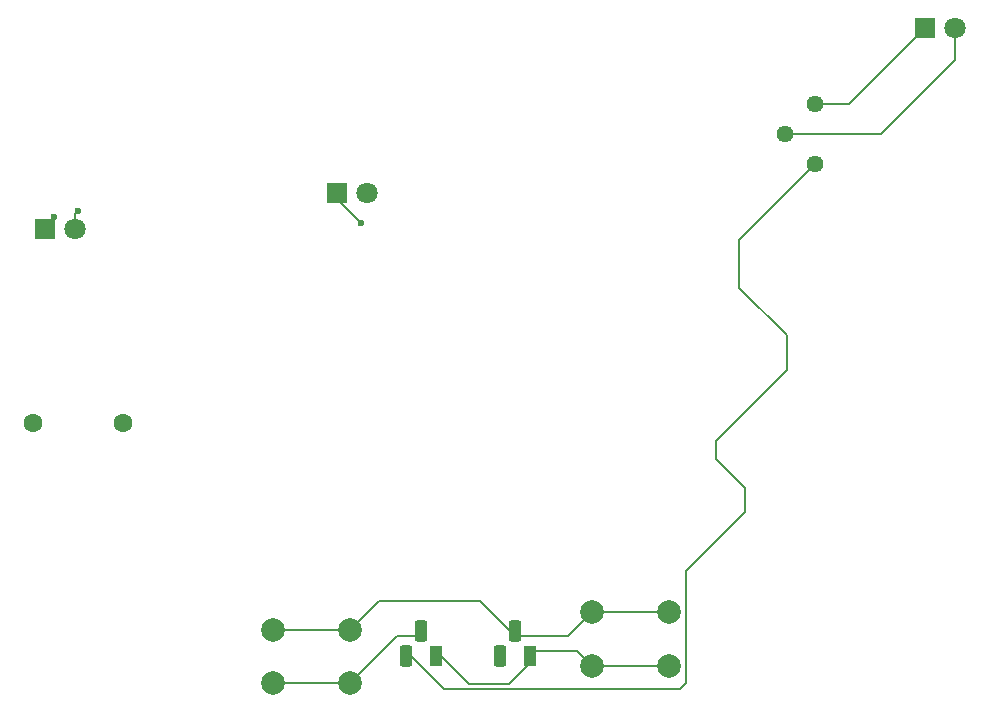
<source format=gbr>
%TF.GenerationSoftware,KiCad,Pcbnew,9.0.2*%
%TF.CreationDate,2025-05-13T19:13:24+05:30*%
%TF.ProjectId,transisted,7472616e-7369-4737-9465-642e6b696361,rev?*%
%TF.SameCoordinates,Original*%
%TF.FileFunction,Copper,L1,Top*%
%TF.FilePolarity,Positive*%
%FSLAX46Y46*%
G04 Gerber Fmt 4.6, Leading zero omitted, Abs format (unit mm)*
G04 Created by KiCad (PCBNEW 9.0.2) date 2025-05-13 19:13:24*
%MOMM*%
%LPD*%
G01*
G04 APERTURE LIST*
G04 Aperture macros list*
%AMRoundRect*
0 Rectangle with rounded corners*
0 $1 Rounding radius*
0 $2 $3 $4 $5 $6 $7 $8 $9 X,Y pos of 4 corners*
0 Add a 4 corners polygon primitive as box body*
4,1,4,$2,$3,$4,$5,$6,$7,$8,$9,$2,$3,0*
0 Add four circle primitives for the rounded corners*
1,1,$1+$1,$2,$3*
1,1,$1+$1,$4,$5*
1,1,$1+$1,$6,$7*
1,1,$1+$1,$8,$9*
0 Add four rect primitives between the rounded corners*
20,1,$1+$1,$2,$3,$4,$5,0*
20,1,$1+$1,$4,$5,$6,$7,0*
20,1,$1+$1,$6,$7,$8,$9,0*
20,1,$1+$1,$8,$9,$2,$3,0*%
G04 Aperture macros list end*
%TA.AperFunction,ComponentPad*%
%ADD10C,2.000000*%
%TD*%
%TA.AperFunction,ComponentPad*%
%ADD11C,1.440000*%
%TD*%
%TA.AperFunction,ComponentPad*%
%ADD12C,1.600000*%
%TD*%
%TA.AperFunction,ComponentPad*%
%ADD13R,1.100000X1.800000*%
%TD*%
%TA.AperFunction,ComponentPad*%
%ADD14RoundRect,0.275000X0.275000X0.625000X-0.275000X0.625000X-0.275000X-0.625000X0.275000X-0.625000X0*%
%TD*%
%TA.AperFunction,ComponentPad*%
%ADD15R,1.800000X1.800000*%
%TD*%
%TA.AperFunction,ComponentPad*%
%ADD16C,1.800000*%
%TD*%
%TA.AperFunction,ViaPad*%
%ADD17C,0.600000*%
%TD*%
%TA.AperFunction,Conductor*%
%ADD18C,0.200000*%
%TD*%
G04 APERTURE END LIST*
D10*
%TO.P,SW2,1,1*%
%TO.N,Net-(Q1-B)*%
X77000000Y-103500000D03*
X70500000Y-103500000D03*
%TO.P,SW2,2,2*%
%TO.N,Net-(Q2-B)*%
X77000000Y-108000000D03*
X70500000Y-108000000D03*
%TD*%
%TO.P,SW1,1,1*%
%TO.N,Net-(Q1-B)*%
X104000000Y-102000000D03*
X97500000Y-102000000D03*
%TO.P,SW1,2,2*%
%TO.N,Net-(Q1-C)*%
X104000000Y-106500000D03*
X97500000Y-106500000D03*
%TD*%
D11*
%TO.P,RV1,1,1*%
%TO.N,Net-(Q2-E)*%
X116440000Y-64040000D03*
%TO.P,RV1,2,2*%
%TO.N,Net-(D3-A)*%
X113900000Y-61500000D03*
%TO.P,RV1,3,3*%
%TO.N,Net-(BT1--)*%
X116440000Y-58960000D03*
%TD*%
D12*
%TO.P,R1,1*%
%TO.N,Net-(Q1-C)*%
X57810000Y-86000000D03*
%TO.P,R1,2*%
%TO.N,Net-(BT1-+)*%
X50190000Y-86000000D03*
%TD*%
D13*
%TO.P,Q2,1,C*%
%TO.N,Net-(Q1-C)*%
X84270000Y-105670000D03*
D14*
%TO.P,Q2,2,B*%
%TO.N,Net-(Q2-B)*%
X83000000Y-103600000D03*
%TO.P,Q2,3,E*%
%TO.N,Net-(Q2-E)*%
X81730000Y-105670000D03*
%TD*%
D13*
%TO.P,Q1,1,C*%
%TO.N,Net-(Q1-C)*%
X92270000Y-105670000D03*
D14*
%TO.P,Q1,2,B*%
%TO.N,Net-(Q1-B)*%
X91000000Y-103600000D03*
%TO.P,Q1,3,E*%
%TO.N,Net-(D1-A)*%
X89730000Y-105670000D03*
%TD*%
D15*
%TO.P,D3,1,K*%
%TO.N,Net-(BT1--)*%
X125725000Y-52500000D03*
D16*
%TO.P,D3,2,A*%
%TO.N,Net-(D3-A)*%
X128265000Y-52500000D03*
%TD*%
D15*
%TO.P,D2,1,K*%
%TO.N,Net-(BT1--)*%
X51225000Y-69500000D03*
D16*
%TO.P,D2,2,A*%
%TO.N,Net-(D1-A)*%
X53765000Y-69500000D03*
%TD*%
D15*
%TO.P,D1,1,K*%
%TO.N,Net-(BT1--)*%
X75960000Y-66500000D03*
D16*
%TO.P,D1,2,A*%
%TO.N,Net-(D1-A)*%
X78500000Y-66500000D03*
%TD*%
D17*
%TO.N,Net-(BT1--)*%
X78000000Y-69000000D03*
%TO.N,Net-(D1-A)*%
X54000000Y-68000000D03*
%TO.N,Net-(BT1--)*%
X52000000Y-68500000D03*
%TD*%
D18*
%TO.N,Net-(BT1--)*%
X78000000Y-69000000D02*
X75960000Y-66960000D01*
X75960000Y-66960000D02*
X75960000Y-66500000D01*
%TO.N,Net-(Q1-B)*%
X91000000Y-104000000D02*
X88000000Y-101000000D01*
X88000000Y-101000000D02*
X79500000Y-101000000D01*
X79500000Y-101000000D02*
X77000000Y-103500000D01*
X91000000Y-104000000D02*
X95500000Y-104000000D01*
X95500000Y-104000000D02*
X97500000Y-102000000D01*
%TO.N,Net-(Q1-C)*%
X97500000Y-106500000D02*
X96270000Y-105270000D01*
X96270000Y-105270000D02*
X92270000Y-105270000D01*
X87099000Y-108099000D02*
X90500000Y-108099000D01*
X84270000Y-105270000D02*
X87099000Y-108099000D01*
X90500000Y-108099000D02*
X92270000Y-106329000D01*
X92270000Y-106329000D02*
X92270000Y-105270000D01*
%TO.N,Net-(Q2-B)*%
X77000000Y-108000000D02*
X81000000Y-104000000D01*
X81000000Y-104000000D02*
X83000000Y-104000000D01*
X70500000Y-108000000D02*
X77000000Y-108000000D01*
%TO.N,Net-(Q1-B)*%
X77000000Y-103500000D02*
X70500000Y-103500000D01*
%TO.N,Net-(D3-A)*%
X113900000Y-61500000D02*
X122000000Y-61500000D01*
X122000000Y-61500000D02*
X128265000Y-55235000D01*
X128265000Y-55235000D02*
X128265000Y-52500000D01*
%TO.N,Net-(Q1-C)*%
X104000000Y-106500000D02*
X97500000Y-106500000D01*
%TO.N,Net-(Q1-B)*%
X104000000Y-102000000D02*
X97500000Y-102000000D01*
%TO.N,Net-(Q2-E)*%
X116440000Y-64040000D02*
X110000000Y-70480000D01*
X108000000Y-87500000D02*
X108000000Y-89000000D01*
X110000000Y-70480000D02*
X110000000Y-74500000D01*
X110000000Y-74500000D02*
X114000000Y-78500000D01*
X114000000Y-78500000D02*
X114000000Y-81500000D01*
X105500000Y-98500000D02*
X105500000Y-108000000D01*
X105500000Y-108000000D02*
X105000000Y-108500000D01*
X114000000Y-81500000D02*
X108000000Y-87500000D01*
X108000000Y-89000000D02*
X110500000Y-91500000D01*
X105000000Y-108500000D02*
X84960000Y-108500000D01*
X110500000Y-91500000D02*
X110500000Y-93500000D01*
X110500000Y-93500000D02*
X105500000Y-98500000D01*
X84960000Y-108500000D02*
X81730000Y-105270000D01*
%TO.N,Net-(BT1--)*%
X116440000Y-58960000D02*
X119265000Y-58960000D01*
X119265000Y-58960000D02*
X125725000Y-52500000D01*
%TO.N,Net-(D1-A)*%
X53765000Y-69500000D02*
X53765000Y-68235000D01*
X53765000Y-68235000D02*
X54000000Y-68000000D01*
%TO.N,Net-(BT1--)*%
X51225000Y-69500000D02*
X51225000Y-69275000D01*
X51225000Y-69275000D02*
X52000000Y-68500000D01*
%TD*%
M02*

</source>
